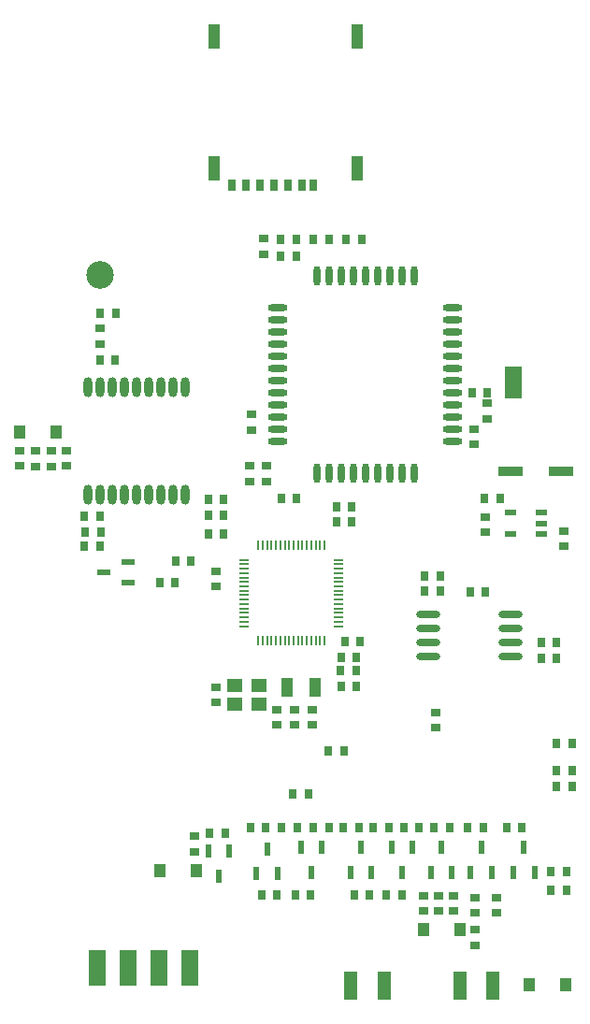
<source format=gbp>
G04*
G04 #@! TF.GenerationSoftware,Altium Limited,Altium Designer,21.0.8 (223)*
G04*
G04 Layer_Color=128*
%FSTAX24Y24*%
%MOIN*%
G70*
G04*
G04 #@! TF.SameCoordinates,D94166DE-144D-4B7D-845D-6ED18FE10B1D*
G04*
G04*
G04 #@! TF.FilePolarity,Positive*
G04*
G01*
G75*
%ADD26R,0.0335X0.0295*%
%ADD27R,0.0394X0.0472*%
%ADD28R,0.0315X0.0354*%
%ADD30R,0.0906X0.0354*%
%ADD34R,0.0600X0.1260*%
%ADD36R,0.0472X0.0984*%
%ADD43R,0.0354X0.0315*%
%ADD45R,0.0295X0.0335*%
%ADD46R,0.0453X0.0236*%
%ADD48R,0.0236X0.0453*%
%ADD102R,0.0591X0.1181*%
%ADD103R,0.0295X0.0445*%
%ADD104R,0.0256X0.0445*%
%ADD105R,0.0394X0.0866*%
G04:AMPARAMS|DCode=106|XSize=70.9mil|YSize=31.5mil|CornerRadius=15.8mil|HoleSize=0mil|Usage=FLASHONLY|Rotation=90.000|XOffset=0mil|YOffset=0mil|HoleType=Round|Shape=RoundedRectangle|*
%AMROUNDEDRECTD106*
21,1,0.0709,0.0000,0,0,90.0*
21,1,0.0394,0.0315,0,0,90.0*
1,1,0.0315,0.0000,0.0197*
1,1,0.0315,0.0000,-0.0197*
1,1,0.0315,0.0000,-0.0197*
1,1,0.0315,0.0000,0.0197*
%
%ADD106ROUNDEDRECTD106*%
%ADD107O,0.0236X0.0709*%
%ADD108O,0.0709X0.0236*%
%ADD109R,0.0354X0.0098*%
%ADD110R,0.0098X0.0354*%
%ADD111C,0.0984*%
%ADD115O,0.0866X0.0236*%
%ADD138R,0.0394X0.0197*%
%ADD139R,0.0531X0.0452*%
%ADD140R,0.0394X0.0709*%
D26*
X076283Y034033D02*
D03*
Y034584D02*
D03*
X078548Y052133D02*
D03*
Y051582D02*
D03*
X064751Y054789D02*
D03*
Y054238D02*
D03*
X063558Y050436D02*
D03*
Y049885D02*
D03*
X078897Y033962D02*
D03*
Y034513D02*
D03*
X078115Y033369D02*
D03*
Y032818D02*
D03*
Y034514D02*
D03*
Y033962D02*
D03*
X07682Y034033D02*
D03*
Y034584D02*
D03*
X068103Y036689D02*
D03*
Y036138D02*
D03*
X070684Y049889D02*
D03*
Y049337D02*
D03*
X070143Y051168D02*
D03*
Y051719D02*
D03*
X070094Y049889D02*
D03*
Y049337D02*
D03*
X070573Y057989D02*
D03*
Y057438D02*
D03*
D27*
X063185Y051096D02*
D03*
X061884D02*
D03*
X077585Y033354D02*
D03*
X076284D02*
D03*
X066893Y035473D02*
D03*
X068194D02*
D03*
X08135Y031389D02*
D03*
X080049D02*
D03*
D28*
X073326Y042592D02*
D03*
X073877D02*
D03*
X073473Y043629D02*
D03*
X074025D02*
D03*
X073451Y039751D02*
D03*
X072899D02*
D03*
X071623Y038202D02*
D03*
X072174D02*
D03*
X078566Y052513D02*
D03*
X078015D02*
D03*
X064751Y053671D02*
D03*
X065302D02*
D03*
X064753Y055342D02*
D03*
X065304D02*
D03*
X073887Y042037D02*
D03*
X073336D02*
D03*
X073895Y04307D02*
D03*
X073344D02*
D03*
X081027Y043035D02*
D03*
X080475D02*
D03*
X064769Y047537D02*
D03*
X064218D02*
D03*
X071754Y04873D02*
D03*
X071203D02*
D03*
X064753Y047029D02*
D03*
X064202D02*
D03*
X064753Y048086D02*
D03*
X064202D02*
D03*
X07373Y048445D02*
D03*
X073178D02*
D03*
X07373Y047892D02*
D03*
X073178D02*
D03*
X071738Y05738D02*
D03*
X071187D02*
D03*
X076333Y045973D02*
D03*
X076884D02*
D03*
X078464Y048732D02*
D03*
X079015D02*
D03*
X08157Y039998D02*
D03*
X081019D02*
D03*
X073532Y057956D02*
D03*
X074083D02*
D03*
X081373Y035448D02*
D03*
X080822D02*
D03*
D30*
X079388Y049709D02*
D03*
X081199D02*
D03*
D34*
X067939Y031993D02*
D03*
X066849D02*
D03*
X065758D02*
D03*
X064668D02*
D03*
D36*
X074874Y031363D02*
D03*
X073693D02*
D03*
X078764D02*
D03*
X077583D02*
D03*
D43*
X078099Y05121D02*
D03*
Y050659D02*
D03*
X081285Y047031D02*
D03*
Y047582D02*
D03*
X063006Y049884D02*
D03*
Y050435D02*
D03*
X062439Y050435D02*
D03*
Y049884D02*
D03*
X061873Y049889D02*
D03*
Y05044D02*
D03*
X076731Y041118D02*
D03*
Y040566D02*
D03*
X07233Y040663D02*
D03*
Y041214D02*
D03*
X071059Y040663D02*
D03*
Y041214D02*
D03*
X068895Y041466D02*
D03*
Y042017D02*
D03*
X071694Y040663D02*
D03*
Y041214D02*
D03*
X068881Y046141D02*
D03*
Y04559D02*
D03*
X078475Y048082D02*
D03*
Y047531D02*
D03*
X077343Y034033D02*
D03*
Y034584D02*
D03*
D45*
X075519Y034603D02*
D03*
X074968D02*
D03*
X074359D02*
D03*
X073808D02*
D03*
X070668Y036996D02*
D03*
X070117D02*
D03*
X075049Y036996D02*
D03*
X074498D02*
D03*
X075578Y036996D02*
D03*
X076129D02*
D03*
X07666Y036996D02*
D03*
X077212D02*
D03*
X067428Y045732D02*
D03*
X066877D02*
D03*
X076884Y04543D02*
D03*
X076333D02*
D03*
X077936Y045402D02*
D03*
X078487D02*
D03*
X06861Y048712D02*
D03*
X069161D02*
D03*
X080475Y043602D02*
D03*
X081027D02*
D03*
X072357Y036996D02*
D03*
X072909D02*
D03*
X070508Y034603D02*
D03*
X071059D02*
D03*
X071235Y036996D02*
D03*
X071786D02*
D03*
X072263Y034602D02*
D03*
X071712D02*
D03*
X073979Y036996D02*
D03*
X073428D02*
D03*
X079243Y036996D02*
D03*
X079794D02*
D03*
X078409Y036996D02*
D03*
X077858D02*
D03*
X081033Y039035D02*
D03*
X081584D02*
D03*
X081584Y038462D02*
D03*
X081033D02*
D03*
X068658Y036803D02*
D03*
X069209D02*
D03*
X071187Y05797D02*
D03*
X071738D02*
D03*
X072366D02*
D03*
X072917D02*
D03*
X06861Y047474D02*
D03*
X069161D02*
D03*
X06861Y048142D02*
D03*
X069161D02*
D03*
X067445Y0465D02*
D03*
X067996D02*
D03*
X080818Y034779D02*
D03*
X081369D02*
D03*
D46*
X065766Y046477D02*
D03*
Y045729D02*
D03*
X06488Y046103D02*
D03*
D48*
X074043Y036286D02*
D03*
X073669Y0354D02*
D03*
X074417D02*
D03*
X075149Y036286D02*
D03*
X075897D02*
D03*
X075523Y0354D02*
D03*
X068989Y035268D02*
D03*
X069363Y036153D02*
D03*
X068615D02*
D03*
X071077Y035357D02*
D03*
X070329D02*
D03*
X070703Y036243D02*
D03*
X071909Y036286D02*
D03*
X072657D02*
D03*
X072283Y0354D02*
D03*
X077298Y035415D02*
D03*
X07655D02*
D03*
X076924Y036301D02*
D03*
X078341Y036301D02*
D03*
X077967Y035415D02*
D03*
X078715D02*
D03*
X079864Y036301D02*
D03*
X07949Y035415D02*
D03*
X080238D02*
D03*
D102*
X079499Y052877D02*
D03*
D103*
X069968Y059904D02*
D03*
X070468D02*
D03*
X070968D02*
D03*
X071468D02*
D03*
X071968D02*
D03*
X069468D02*
D03*
D104*
X072342D02*
D03*
D105*
X068806Y060489D02*
D03*
X073924D02*
D03*
Y065213D02*
D03*
X068806D02*
D03*
D106*
X067783Y052696D02*
D03*
X067349D02*
D03*
X066916D02*
D03*
X066483D02*
D03*
X06605D02*
D03*
X065617D02*
D03*
X065184D02*
D03*
X064751D02*
D03*
X064318D02*
D03*
Y048877D02*
D03*
X064751D02*
D03*
X065184D02*
D03*
X065617D02*
D03*
X06605D02*
D03*
X066483D02*
D03*
X066916D02*
D03*
X067349D02*
D03*
X067783D02*
D03*
D107*
X072471Y049649D02*
D03*
X072904D02*
D03*
X073337D02*
D03*
X07377D02*
D03*
X074203D02*
D03*
X074637D02*
D03*
X07507D02*
D03*
X075503D02*
D03*
X075936D02*
D03*
Y056657D02*
D03*
X075503D02*
D03*
X07507D02*
D03*
X074637D02*
D03*
X074203D02*
D03*
X07377D02*
D03*
X073337D02*
D03*
X072904D02*
D03*
X072471D02*
D03*
D108*
X077333Y050771D02*
D03*
Y051205D02*
D03*
Y051638D02*
D03*
Y052071D02*
D03*
Y052504D02*
D03*
Y052937D02*
D03*
Y05337D02*
D03*
Y053803D02*
D03*
Y054236D02*
D03*
Y054669D02*
D03*
Y055102D02*
D03*
Y055535D02*
D03*
X071074D02*
D03*
Y055102D02*
D03*
Y054669D02*
D03*
Y054236D02*
D03*
Y053803D02*
D03*
Y05337D02*
D03*
Y052937D02*
D03*
Y052504D02*
D03*
Y052071D02*
D03*
Y051638D02*
D03*
Y051205D02*
D03*
Y050771D02*
D03*
D109*
X073268Y046546D02*
D03*
X073268Y046389D02*
D03*
X073268Y046231D02*
D03*
Y046074D02*
D03*
Y045916D02*
D03*
Y045759D02*
D03*
Y045601D02*
D03*
Y045444D02*
D03*
Y045286D02*
D03*
X073268Y045129D02*
D03*
X073268Y044971D02*
D03*
Y044814D02*
D03*
Y044656D02*
D03*
X073268Y044499D02*
D03*
X073268Y044341D02*
D03*
X073268Y044184D02*
D03*
X069882Y046546D02*
D03*
X069882Y046389D02*
D03*
X069882Y046231D02*
D03*
X069882Y046074D02*
D03*
X069882Y045916D02*
D03*
X069882Y045759D02*
D03*
X069882Y045601D02*
D03*
X069882Y045444D02*
D03*
X069882Y045286D02*
D03*
Y045129D02*
D03*
Y044971D02*
D03*
Y044814D02*
D03*
Y044656D02*
D03*
Y044499D02*
D03*
X069882Y044341D02*
D03*
Y044184D02*
D03*
D110*
X072756Y043672D02*
D03*
X072598D02*
D03*
X072441Y043672D02*
D03*
X072283Y043672D02*
D03*
X072126D02*
D03*
X071968D02*
D03*
X071811D02*
D03*
X071654D02*
D03*
X071496D02*
D03*
X071339Y043672D02*
D03*
X071181Y043672D02*
D03*
X071024D02*
D03*
X070866D02*
D03*
X070709D02*
D03*
X070551Y043672D02*
D03*
X070394Y043672D02*
D03*
X072756Y047058D02*
D03*
X072598Y047058D02*
D03*
X072441Y047058D02*
D03*
X072283Y047058D02*
D03*
X072126Y047058D02*
D03*
X071968D02*
D03*
X071811D02*
D03*
X071654D02*
D03*
X071496Y047058D02*
D03*
X071339Y047058D02*
D03*
X071181D02*
D03*
X071024D02*
D03*
X070866D02*
D03*
X070709D02*
D03*
X070551D02*
D03*
X070394Y047058D02*
D03*
D111*
X064751Y056692D02*
D03*
D115*
X079381Y044612D02*
D03*
Y044112D02*
D03*
Y043612D02*
D03*
Y043112D02*
D03*
X076468Y044612D02*
D03*
Y044112D02*
D03*
Y043612D02*
D03*
Y043112D02*
D03*
D138*
X080474Y048225D02*
D03*
Y047851D02*
D03*
Y047477D02*
D03*
X079372D02*
D03*
Y048225D02*
D03*
D139*
X070418Y042076D02*
D03*
Y041407D02*
D03*
X069552Y042076D02*
D03*
Y041407D02*
D03*
D140*
X071428Y042009D02*
D03*
X072412D02*
D03*
M02*

</source>
